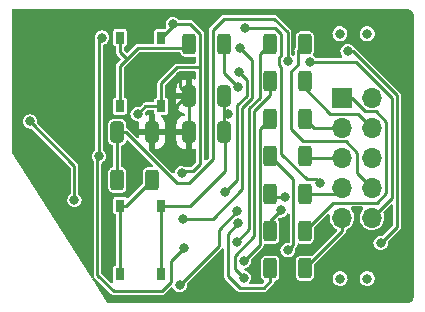
<source format=gbl>
G04 #@! TF.GenerationSoftware,KiCad,Pcbnew,6.0.8-f2edbf62ab~116~ubuntu22.04.1*
G04 #@! TF.CreationDate,2022-11-21T22:24:26-03:00*
G04 #@! TF.ProjectId,pip,7069702e-6b69-4636-9164-5f7063625858,rev?*
G04 #@! TF.SameCoordinates,Original*
G04 #@! TF.FileFunction,Copper,L2,Bot*
G04 #@! TF.FilePolarity,Positive*
%FSLAX46Y46*%
G04 Gerber Fmt 4.6, Leading zero omitted, Abs format (unit mm)*
G04 Created by KiCad (PCBNEW 6.0.8-f2edbf62ab~116~ubuntu22.04.1) date 2022-11-21 22:24:26*
%MOMM*%
%LPD*%
G01*
G04 APERTURE LIST*
G04 Aperture macros list*
%AMRoundRect*
0 Rectangle with rounded corners*
0 $1 Rounding radius*
0 $2 $3 $4 $5 $6 $7 $8 $9 X,Y pos of 4 corners*
0 Add a 4 corners polygon primitive as box body*
4,1,4,$2,$3,$4,$5,$6,$7,$8,$9,$2,$3,0*
0 Add four circle primitives for the rounded corners*
1,1,$1+$1,$2,$3*
1,1,$1+$1,$4,$5*
1,1,$1+$1,$6,$7*
1,1,$1+$1,$8,$9*
0 Add four rect primitives between the rounded corners*
20,1,$1+$1,$2,$3,$4,$5,0*
20,1,$1+$1,$4,$5,$6,$7,0*
20,1,$1+$1,$6,$7,$8,$9,0*
20,1,$1+$1,$8,$9,$2,$3,0*%
G04 Aperture macros list end*
G04 #@! TA.AperFunction,WasherPad*
%ADD10C,0.800000*%
G04 #@! TD*
G04 #@! TA.AperFunction,ComponentPad*
%ADD11R,1.700000X1.700000*%
G04 #@! TD*
G04 #@! TA.AperFunction,ComponentPad*
%ADD12O,1.700000X1.700000*%
G04 #@! TD*
G04 #@! TA.AperFunction,SMDPad,CuDef*
%ADD13RoundRect,0.250000X0.312500X0.625000X-0.312500X0.625000X-0.312500X-0.625000X0.312500X-0.625000X0*%
G04 #@! TD*
G04 #@! TA.AperFunction,SMDPad,CuDef*
%ADD14RoundRect,0.250000X-0.325000X-0.650000X0.325000X-0.650000X0.325000X0.650000X-0.325000X0.650000X0*%
G04 #@! TD*
G04 #@! TA.AperFunction,SMDPad,CuDef*
%ADD15RoundRect,0.250000X-0.312500X-0.625000X0.312500X-0.625000X0.312500X0.625000X-0.312500X0.625000X0*%
G04 #@! TD*
G04 #@! TA.AperFunction,SMDPad,CuDef*
%ADD16RoundRect,0.250000X0.325000X0.650000X-0.325000X0.650000X-0.325000X-0.650000X0.325000X-0.650000X0*%
G04 #@! TD*
G04 #@! TA.AperFunction,SMDPad,CuDef*
%ADD17R,0.800000X1.000000*%
G04 #@! TD*
G04 #@! TA.AperFunction,ViaPad*
%ADD18C,0.800000*%
G04 #@! TD*
G04 #@! TA.AperFunction,Conductor*
%ADD19C,0.250000*%
G04 #@! TD*
G04 APERTURE END LIST*
D10*
X153788000Y-81076800D03*
X156088400Y-81076800D03*
D11*
X153956000Y-86487000D03*
D12*
X153956000Y-89027000D03*
X153956000Y-91567000D03*
X153956000Y-94107000D03*
X153956000Y-96647000D03*
X156496000Y-96647000D03*
X156496000Y-94107000D03*
X156496000Y-91567000D03*
X156496000Y-89027000D03*
X156496000Y-86487000D03*
D10*
X156092000Y-101803200D03*
X153791600Y-101803200D03*
D13*
X143956500Y-81948000D03*
X141031500Y-81948000D03*
D14*
X134923000Y-89408000D03*
X137873000Y-89408000D03*
D15*
X147889500Y-94607500D03*
X150814500Y-94607500D03*
X147889500Y-91442600D03*
X150814500Y-91442600D03*
X147889500Y-97772300D03*
X150814500Y-97772300D03*
X147889500Y-81948000D03*
X150814500Y-81948000D03*
D16*
X143969000Y-86360000D03*
X141019000Y-86360000D03*
D15*
X147889500Y-100937200D03*
X150814500Y-100937200D03*
D17*
X135156000Y-81407000D03*
X135156000Y-87223600D03*
X138656000Y-87223600D03*
X138656000Y-81407000D03*
D16*
X143969000Y-89408000D03*
X141019000Y-89408000D03*
D15*
X147889500Y-88277700D03*
X150814500Y-88277700D03*
X147889500Y-85112900D03*
X150814500Y-85112900D03*
D17*
X135156000Y-95631000D03*
X135156000Y-101447600D03*
X138656000Y-101447600D03*
X138656000Y-95631000D03*
D15*
X134935500Y-93472000D03*
X137860500Y-93472000D03*
D18*
X140376200Y-92895800D03*
X157226000Y-98806000D03*
X154432000Y-82550000D03*
X136652000Y-87884000D03*
X139641900Y-80239600D03*
X141147200Y-91844100D03*
X139700000Y-87376000D03*
X140273700Y-84691200D03*
X144345700Y-87887100D03*
X149353100Y-83397100D03*
X145147800Y-85598000D03*
X145042300Y-98699200D03*
X145639500Y-101727000D03*
X145657000Y-100307200D03*
X149354300Y-99419200D03*
X149107000Y-94894000D03*
X148759500Y-96041200D03*
X145178600Y-97131200D03*
X145064800Y-96112000D03*
X140208000Y-102362000D03*
X131302500Y-95165600D03*
X127531300Y-88504600D03*
X152097000Y-93720400D03*
X145763900Y-80587500D03*
X144018000Y-94488000D03*
X145249600Y-84328700D03*
X145343700Y-82322000D03*
X140462000Y-96774000D03*
X140607100Y-99187000D03*
X133631500Y-81399000D03*
X133361800Y-91439700D03*
X151220800Y-83445600D03*
D19*
X158619100Y-97412900D02*
X158619100Y-86307904D01*
X140593300Y-92678700D02*
X140376200Y-92895800D01*
X141338100Y-92678700D02*
X140593300Y-92678700D01*
X139641900Y-80421100D02*
X138656000Y-81407000D01*
X141945100Y-83931800D02*
X139992300Y-83931800D01*
X141945100Y-83931800D02*
X141945100Y-92071700D01*
X157226000Y-98806000D02*
X158619100Y-97412900D01*
X141119100Y-80239600D02*
X141945100Y-81065600D01*
X154861196Y-82550000D02*
X154432000Y-82550000D01*
X141945100Y-81065600D02*
X141945100Y-83931800D01*
X139992300Y-83931800D02*
X138656000Y-85268100D01*
X137312400Y-87223600D02*
X136652000Y-87884000D01*
X139641900Y-80239600D02*
X139641900Y-80421100D01*
X138656000Y-85268100D02*
X138656000Y-87223600D01*
X138656000Y-87223600D02*
X137312400Y-87223600D01*
X158619100Y-86307904D02*
X154861196Y-82550000D01*
X139641900Y-80239600D02*
X141119100Y-80239600D01*
X141945100Y-92071700D02*
X141338100Y-92678700D01*
X141019000Y-91715900D02*
X141147200Y-91844100D01*
X141019000Y-89408000D02*
X141019000Y-86838700D01*
X141019000Y-89408000D02*
X141019000Y-90269700D01*
X137873000Y-89408000D02*
X141019000Y-89408000D01*
X140273700Y-85614700D02*
X140273700Y-84691200D01*
X140716000Y-86360000D02*
X139700000Y-87376000D01*
X141019000Y-86360000D02*
X140716000Y-86360000D01*
X141019000Y-90269700D02*
X141019000Y-91715900D01*
X141019000Y-86360000D02*
X140273700Y-85614700D01*
X141019000Y-86838700D02*
X141019000Y-86360000D01*
X138656000Y-95631000D02*
X141097000Y-95631000D01*
X143969000Y-87887100D02*
X144345700Y-87887100D01*
X144018000Y-92710000D02*
X144018000Y-89457000D01*
X141097000Y-95631000D02*
X144018000Y-92710000D01*
X138656000Y-95631000D02*
X138656000Y-101447600D01*
X143969000Y-87887100D02*
X143969000Y-89408000D01*
X143969000Y-86360000D02*
X143969000Y-87887100D01*
X144018000Y-89457000D02*
X143969000Y-89408000D01*
X148237900Y-79837200D02*
X149353100Y-80952400D01*
X139954000Y-93726000D02*
X137668000Y-91440000D01*
X134923000Y-89408000D02*
X134923000Y-93459500D01*
X134923000Y-93459500D02*
X134935500Y-93472000D01*
X143031600Y-91663900D02*
X143031600Y-80742400D01*
X135636000Y-89408000D02*
X137668000Y-91440000D01*
X140969500Y-93726000D02*
X143031600Y-91663900D01*
X140969500Y-93726000D02*
X139954000Y-93726000D01*
X134923000Y-89408000D02*
X135636000Y-89408000D01*
X143031600Y-80742400D02*
X143936800Y-79837200D01*
X143936800Y-79837200D02*
X148237900Y-79837200D01*
X149353100Y-80952400D02*
X149353100Y-83397100D01*
X143956500Y-84406700D02*
X145147800Y-85598000D01*
X143956500Y-81948000D02*
X143956500Y-84406700D01*
X147889500Y-81948000D02*
X147000100Y-82837400D01*
X147000100Y-82837400D02*
X147000100Y-86492200D01*
X146094100Y-87398200D02*
X146094100Y-97647400D01*
X147000100Y-86492200D02*
X146094100Y-87398200D01*
X146094100Y-97647400D02*
X145042300Y-98699200D01*
X150263827Y-83670173D02*
X149606000Y-84328000D01*
X149606000Y-84328000D02*
X149606000Y-89154000D01*
X150263827Y-82498673D02*
X150263827Y-83670173D01*
X150814500Y-81948000D02*
X150263827Y-82498673D01*
X155226000Y-91136200D02*
X155226000Y-92837000D01*
X155226000Y-92837000D02*
X156496000Y-94107000D01*
X149606000Y-89154000D02*
X150654200Y-90202200D01*
X150654200Y-90202200D02*
X154292000Y-90202200D01*
X154292000Y-90202200D02*
X155226000Y-91136200D01*
X144916200Y-99860900D02*
X146544300Y-98232800D01*
X145639500Y-101727000D02*
X144916200Y-101003700D01*
X144916200Y-101003700D02*
X144916200Y-99860900D01*
X146544300Y-87584500D02*
X147889500Y-86239300D01*
X147889500Y-86239300D02*
X147889500Y-85112900D01*
X146544300Y-98232800D02*
X146544300Y-87584500D01*
X150814500Y-85112900D02*
X150814500Y-85695500D01*
X152971000Y-87852000D02*
X155321000Y-87852000D01*
X150814500Y-85695500D02*
X152971000Y-87852000D01*
X155321000Y-87852000D02*
X156496000Y-89027000D01*
X146994400Y-89172800D02*
X147889500Y-88277700D01*
X145657000Y-100307200D02*
X146994400Y-98969800D01*
X146994400Y-98969800D02*
X146994400Y-89172800D01*
X150814500Y-88277700D02*
X151563800Y-89027000D01*
X151563800Y-89027000D02*
X153956000Y-89027000D01*
X149847200Y-93400300D02*
X147889500Y-91442600D01*
X149354300Y-99419200D02*
X149847200Y-98926300D01*
X149847200Y-98926300D02*
X149847200Y-93400300D01*
X150814500Y-91442600D02*
X150938900Y-91567000D01*
X150938900Y-91567000D02*
X153956000Y-91567000D01*
X147889500Y-94607500D02*
X148176000Y-94894000D01*
X148176000Y-94894000D02*
X149107000Y-94894000D01*
X153455500Y-94607500D02*
X153956000Y-94107000D01*
X150814500Y-94607500D02*
X153455500Y-94607500D01*
X147889500Y-96911200D02*
X147889500Y-97772300D01*
X148759500Y-96041200D02*
X147889500Y-96911200D01*
X156798500Y-87662100D02*
X155938900Y-87662100D01*
X154763800Y-86487000D02*
X155938900Y-87662100D01*
X157678100Y-94587000D02*
X157678100Y-88541700D01*
X153956000Y-86487000D02*
X154763800Y-86487000D01*
X156888100Y-95377000D02*
X157678100Y-94587000D01*
X157678100Y-88541700D02*
X156798500Y-87662100D01*
X150814500Y-97772300D02*
X153209800Y-95377000D01*
X153209800Y-95377000D02*
X156888100Y-95377000D01*
X147320000Y-102616000D02*
X145288000Y-102616000D01*
X144289200Y-98020600D02*
X145178600Y-97131200D01*
X145288000Y-102616000D02*
X144289200Y-101617200D01*
X144289200Y-101617200D02*
X144289200Y-98020600D01*
X147889500Y-102046500D02*
X147320000Y-102616000D01*
X147889500Y-100937200D02*
X147889500Y-102046500D01*
X150814500Y-100937200D02*
X153929600Y-97822100D01*
X153956000Y-96647000D02*
X153956000Y-97822100D01*
X153929600Y-97822100D02*
X153956000Y-97822100D01*
X140208000Y-102362000D02*
X143510000Y-99060000D01*
X143510000Y-99060000D02*
X143510000Y-97666800D01*
X143510000Y-97666800D02*
X145064800Y-96112000D01*
X135156000Y-83790400D02*
X135731100Y-83215300D01*
X136650400Y-82296000D02*
X140683500Y-82296000D01*
X135731100Y-83215300D02*
X136650400Y-82296000D01*
X135156000Y-81407000D02*
X135156000Y-82640200D01*
X135156000Y-87223600D02*
X135156000Y-83790400D01*
X140683500Y-82296000D02*
X141031500Y-81948000D01*
X135156000Y-82640200D02*
X135731100Y-83215300D01*
X135156000Y-95631000D02*
X135701500Y-95631000D01*
X135701500Y-95631000D02*
X137860500Y-93472000D01*
X135156000Y-101447600D02*
X135156000Y-95631000D01*
X127531300Y-88504600D02*
X131302500Y-92275800D01*
X131302500Y-92275800D02*
X131302500Y-95165600D01*
X145763900Y-80587500D02*
X148281800Y-80587500D01*
X148823500Y-82901300D02*
X148628000Y-83096800D01*
X148823500Y-81129200D02*
X148823500Y-82901300D01*
X150953400Y-93358900D02*
X151735500Y-93358900D01*
X148823500Y-91229000D02*
X150953400Y-93358900D01*
X148281800Y-80587500D02*
X148823500Y-81129200D01*
X148823500Y-83892900D02*
X148823500Y-91229000D01*
X148628000Y-83697400D02*
X148823500Y-83892900D01*
X151735500Y-93358900D02*
X152097000Y-93720400D01*
X148628000Y-83096800D02*
X148628000Y-83697400D01*
X145893300Y-84972400D02*
X145249600Y-84328700D01*
X145075800Y-87143200D02*
X145893300Y-86325700D01*
X144018000Y-94488000D02*
X145075800Y-93430200D01*
X145893300Y-86325700D02*
X145893300Y-84972400D01*
X145075800Y-93430200D02*
X145075800Y-87143200D01*
X145525900Y-87329700D02*
X145525900Y-94250100D01*
X146343400Y-86512200D02*
X145525900Y-87329700D01*
X145525900Y-94250100D02*
X143002000Y-96774000D01*
X143002000Y-96774000D02*
X140462000Y-96774000D01*
X145343700Y-82322000D02*
X146343400Y-83321700D01*
X146343400Y-83321700D02*
X146343400Y-86512200D01*
X133253000Y-91548500D02*
X133253000Y-101503000D01*
X133253000Y-101503000D02*
X134620000Y-102870000D01*
X133361800Y-81668700D02*
X133361800Y-91439700D01*
X138684000Y-102870000D02*
X139446000Y-102108000D01*
X139446000Y-102108000D02*
X139446000Y-100348100D01*
X139446000Y-100348100D02*
X140607100Y-99187000D01*
X133361800Y-91439700D02*
X133253000Y-91548500D01*
X133631500Y-81399000D02*
X133361800Y-81668700D01*
X134620000Y-102870000D02*
X138684000Y-102870000D01*
X156496000Y-96647000D02*
X158169100Y-94973900D01*
X158169100Y-94973900D02*
X158169100Y-86494300D01*
X155120400Y-83445600D02*
X151220800Y-83445600D01*
X158169100Y-86494300D02*
X155120400Y-83445600D01*
G04 #@! TA.AperFunction,Conductor*
G36*
X159519025Y-78995792D02*
G01*
X159524387Y-78996396D01*
X159563557Y-79000810D01*
X159565892Y-79001096D01*
X159600950Y-79005711D01*
X159617153Y-79007844D01*
X159642321Y-79013837D01*
X159651204Y-79016945D01*
X159685745Y-79029032D01*
X159692345Y-79031551D01*
X159735038Y-79049235D01*
X159753855Y-79058956D01*
X159793576Y-79083914D01*
X159803244Y-79090639D01*
X159839210Y-79118236D01*
X159851602Y-79129104D01*
X159884896Y-79162398D01*
X159895764Y-79174790D01*
X159923361Y-79210756D01*
X159930086Y-79220424D01*
X159955044Y-79260145D01*
X159964765Y-79278962D01*
X159982449Y-79321655D01*
X159984968Y-79328255D01*
X160000163Y-79371677D01*
X160006157Y-79396851D01*
X160012904Y-79448108D01*
X160013190Y-79450443D01*
X160018208Y-79494974D01*
X160019000Y-79509083D01*
X160019000Y-103370917D01*
X160018208Y-103385026D01*
X160013190Y-103429557D01*
X160012904Y-103431892D01*
X160006157Y-103483149D01*
X160000163Y-103508323D01*
X159984968Y-103551745D01*
X159982449Y-103558345D01*
X159964765Y-103601038D01*
X159955044Y-103619855D01*
X159930086Y-103659576D01*
X159923361Y-103669244D01*
X159895764Y-103705210D01*
X159884896Y-103717602D01*
X159851602Y-103750896D01*
X159839210Y-103761764D01*
X159803244Y-103789361D01*
X159793576Y-103796086D01*
X159753855Y-103821044D01*
X159735038Y-103830765D01*
X159692345Y-103848449D01*
X159685745Y-103850968D01*
X159651204Y-103863055D01*
X159642321Y-103866163D01*
X159617153Y-103872156D01*
X159600950Y-103874289D01*
X159565892Y-103878904D01*
X159563557Y-103879190D01*
X159524387Y-103883604D01*
X159519025Y-103884208D01*
X159504917Y-103885000D01*
X134181502Y-103885000D01*
X134113381Y-103864998D01*
X134075376Y-103826921D01*
X133992461Y-103697365D01*
X132863727Y-101933718D01*
X132850521Y-101913084D01*
X132830647Y-101844925D01*
X132850778Y-101776842D01*
X132904521Y-101730451D01*
X132974814Y-101720480D01*
X133039339Y-101750094D01*
X133045742Y-101756068D01*
X134375889Y-103086215D01*
X134383315Y-103094318D01*
X134407545Y-103123194D01*
X134417094Y-103128707D01*
X134440185Y-103142039D01*
X134449456Y-103147945D01*
X134480316Y-103169554D01*
X134490966Y-103172408D01*
X134494134Y-103173885D01*
X134497410Y-103175077D01*
X134506955Y-103180588D01*
X134540699Y-103186538D01*
X134544058Y-103187130D01*
X134554785Y-103189508D01*
X134591193Y-103199264D01*
X134602178Y-103198303D01*
X134602180Y-103198303D01*
X134628728Y-103195980D01*
X134639710Y-103195500D01*
X138664290Y-103195500D01*
X138675272Y-103195980D01*
X138701820Y-103198303D01*
X138701822Y-103198303D01*
X138712807Y-103199264D01*
X138749215Y-103189508D01*
X138759942Y-103187130D01*
X138763301Y-103186538D01*
X138797045Y-103180588D01*
X138806590Y-103175077D01*
X138809866Y-103173885D01*
X138813034Y-103172408D01*
X138823684Y-103169554D01*
X138854544Y-103147945D01*
X138863815Y-103142039D01*
X138886906Y-103128707D01*
X138896455Y-103123194D01*
X138920685Y-103094317D01*
X138928111Y-103086215D01*
X139452303Y-102562023D01*
X139514615Y-102527997D01*
X139585430Y-102533062D01*
X139642266Y-102575609D01*
X139657807Y-102602900D01*
X139683464Y-102664841D01*
X139779718Y-102790282D01*
X139905159Y-102886536D01*
X140006479Y-102928504D01*
X140040051Y-102942410D01*
X140051238Y-102947044D01*
X140208000Y-102967682D01*
X140216188Y-102966604D01*
X140356574Y-102948122D01*
X140364762Y-102947044D01*
X140375950Y-102942410D01*
X140409521Y-102928504D01*
X140510841Y-102886536D01*
X140636282Y-102790282D01*
X140732536Y-102664841D01*
X140793044Y-102518762D01*
X140813682Y-102362000D01*
X140804882Y-102295157D01*
X140815821Y-102225010D01*
X140840709Y-102189617D01*
X142264701Y-100765626D01*
X143726222Y-99304105D01*
X143734327Y-99296677D01*
X143756710Y-99277896D01*
X143821751Y-99249432D01*
X143891856Y-99260651D01*
X143944766Y-99307990D01*
X143963700Y-99374419D01*
X143963700Y-101597490D01*
X143963220Y-101608472D01*
X143959936Y-101646007D01*
X143968077Y-101676387D01*
X143969691Y-101682410D01*
X143972070Y-101693142D01*
X143978612Y-101730245D01*
X143984123Y-101739790D01*
X143985315Y-101743066D01*
X143986792Y-101746234D01*
X143989646Y-101756884D01*
X144002600Y-101775384D01*
X144011255Y-101787744D01*
X144017161Y-101797015D01*
X144030493Y-101820106D01*
X144036006Y-101829655D01*
X144052109Y-101843167D01*
X144064882Y-101853885D01*
X144072985Y-101861311D01*
X145043889Y-102832215D01*
X145051315Y-102840318D01*
X145075545Y-102869194D01*
X145085094Y-102874707D01*
X145108185Y-102888039D01*
X145117456Y-102893945D01*
X145148316Y-102915554D01*
X145158969Y-102918409D01*
X145162131Y-102919883D01*
X145165407Y-102921075D01*
X145174955Y-102926588D01*
X145185810Y-102928502D01*
X145185815Y-102928504D01*
X145212065Y-102933133D01*
X145222792Y-102935511D01*
X145248548Y-102942412D01*
X145248551Y-102942412D01*
X145259194Y-102945264D01*
X145270169Y-102944304D01*
X145270171Y-102944304D01*
X145296744Y-102941979D01*
X145307725Y-102941500D01*
X147300290Y-102941500D01*
X147311272Y-102941980D01*
X147337820Y-102944303D01*
X147337822Y-102944303D01*
X147348807Y-102945264D01*
X147385215Y-102935508D01*
X147395942Y-102933130D01*
X147399301Y-102932538D01*
X147433045Y-102926588D01*
X147442590Y-102921077D01*
X147445866Y-102919885D01*
X147449034Y-102918408D01*
X147459684Y-102915554D01*
X147490544Y-102893945D01*
X147499815Y-102888039D01*
X147522906Y-102874707D01*
X147532455Y-102869194D01*
X147556685Y-102840317D01*
X147564111Y-102832215D01*
X148105715Y-102290611D01*
X148113819Y-102283184D01*
X148127312Y-102271862D01*
X148142694Y-102258955D01*
X148157359Y-102233554D01*
X148161539Y-102226315D01*
X148167445Y-102217044D01*
X148167586Y-102216842D01*
X148189054Y-102186184D01*
X148191908Y-102175534D01*
X148193385Y-102172366D01*
X148194577Y-102169090D01*
X148200088Y-102159545D01*
X148206630Y-102122442D01*
X148209010Y-102111710D01*
X148213826Y-102093737D01*
X148250778Y-102033114D01*
X148293783Y-102007467D01*
X148415184Y-101964834D01*
X148422754Y-101959242D01*
X148422757Y-101959241D01*
X148516579Y-101889942D01*
X148524150Y-101884350D01*
X148553270Y-101844925D01*
X148599041Y-101782957D01*
X148599042Y-101782954D01*
X148604634Y-101775384D01*
X148649519Y-101647569D01*
X148652500Y-101616034D01*
X148652500Y-100258366D01*
X148650798Y-100240360D01*
X148650242Y-100234478D01*
X148650242Y-100234477D01*
X148649519Y-100226831D01*
X148604634Y-100099016D01*
X148599042Y-100091446D01*
X148599041Y-100091443D01*
X148529742Y-99997621D01*
X148524150Y-99990050D01*
X148507206Y-99977535D01*
X148422757Y-99915159D01*
X148422754Y-99915158D01*
X148415184Y-99909566D01*
X148287369Y-99864681D01*
X148279723Y-99863958D01*
X148279722Y-99863958D01*
X148273752Y-99863394D01*
X148255834Y-99861700D01*
X147523166Y-99861700D01*
X147505248Y-99863394D01*
X147499278Y-99863958D01*
X147499277Y-99863958D01*
X147491631Y-99864681D01*
X147363816Y-99909566D01*
X147356246Y-99915158D01*
X147356243Y-99915159D01*
X147271794Y-99977535D01*
X147254850Y-99990050D01*
X147249258Y-99997621D01*
X147179959Y-100091443D01*
X147179958Y-100091446D01*
X147174366Y-100099016D01*
X147129481Y-100226831D01*
X147128758Y-100234477D01*
X147128758Y-100234478D01*
X147128202Y-100240360D01*
X147126500Y-100258366D01*
X147126500Y-101616034D01*
X147129481Y-101647569D01*
X147174366Y-101775384D01*
X147179958Y-101782954D01*
X147179959Y-101782957D01*
X147225730Y-101844925D01*
X147254850Y-101884350D01*
X147262421Y-101889942D01*
X147262422Y-101889943D01*
X147330653Y-101940340D01*
X147373564Y-101996902D01*
X147379083Y-102067684D01*
X147344888Y-102130786D01*
X147222079Y-102253595D01*
X147159767Y-102287621D01*
X147132984Y-102290500D01*
X146219529Y-102290500D01*
X146151408Y-102270498D01*
X146104915Y-102216842D01*
X146094811Y-102146568D01*
X146119566Y-102087797D01*
X146159007Y-102036396D01*
X146159009Y-102036392D01*
X146164036Y-102029841D01*
X146224544Y-101883762D01*
X146228013Y-101857416D01*
X146244104Y-101735188D01*
X146245182Y-101727000D01*
X146224544Y-101570238D01*
X146164036Y-101424159D01*
X146067782Y-101298718D01*
X145942341Y-101202464D01*
X145796262Y-101141956D01*
X145788079Y-101140879D01*
X145786192Y-101140373D01*
X145725570Y-101103422D01*
X145694548Y-101039561D01*
X145702977Y-100969066D01*
X145748181Y-100914320D01*
X145797621Y-100895544D01*
X145797598Y-100895459D01*
X145798440Y-100895233D01*
X145802359Y-100893745D01*
X145813762Y-100892244D01*
X145959841Y-100831736D01*
X146085282Y-100735482D01*
X146181536Y-100610041D01*
X146242044Y-100463962D01*
X146262682Y-100307200D01*
X146253882Y-100240358D01*
X146264821Y-100170211D01*
X146289709Y-100134817D01*
X146738681Y-99685846D01*
X147210628Y-99213899D01*
X147218732Y-99206473D01*
X147239150Y-99189340D01*
X147247594Y-99182255D01*
X147253104Y-99172712D01*
X147253107Y-99172708D01*
X147266436Y-99149621D01*
X147272341Y-99140351D01*
X147287632Y-99118513D01*
X147293954Y-99109484D01*
X147296807Y-99098836D01*
X147298286Y-99095665D01*
X147299478Y-99092389D01*
X147304988Y-99082845D01*
X147311534Y-99045724D01*
X147313908Y-99035017D01*
X147323663Y-98998607D01*
X147322703Y-98987630D01*
X147322703Y-98987626D01*
X147321482Y-98973669D01*
X147335473Y-98904064D01*
X147384873Y-98853073D01*
X147454000Y-98836884D01*
X147476714Y-98841411D01*
X147476886Y-98840629D01*
X147484385Y-98842274D01*
X147491631Y-98844819D01*
X147499277Y-98845542D01*
X147499278Y-98845542D01*
X147505248Y-98846106D01*
X147523166Y-98847800D01*
X148255834Y-98847800D01*
X148273752Y-98846106D01*
X148279722Y-98845542D01*
X148279723Y-98845542D01*
X148287369Y-98844819D01*
X148415184Y-98799934D01*
X148422754Y-98794342D01*
X148422757Y-98794341D01*
X148516579Y-98725042D01*
X148524150Y-98719450D01*
X148587548Y-98633617D01*
X148599041Y-98618057D01*
X148599042Y-98618054D01*
X148604634Y-98610484D01*
X148649519Y-98482669D01*
X148652500Y-98451134D01*
X148652500Y-97093466D01*
X148649519Y-97061931D01*
X148604634Y-96934116D01*
X148599043Y-96926546D01*
X148599039Y-96926539D01*
X148551095Y-96861629D01*
X148526712Y-96794951D01*
X148542249Y-96725675D01*
X148563351Y-96697675D01*
X148587117Y-96673909D01*
X148649429Y-96639883D01*
X148692657Y-96638082D01*
X148759500Y-96646882D01*
X148767688Y-96645804D01*
X148785235Y-96643494D01*
X148916262Y-96626244D01*
X149062341Y-96565736D01*
X149187782Y-96469482D01*
X149284036Y-96344041D01*
X149286868Y-96337205D01*
X149337963Y-96288485D01*
X149407676Y-96275048D01*
X149473587Y-96301435D01*
X149514770Y-96359267D01*
X149521700Y-96400478D01*
X149521700Y-98691881D01*
X149501698Y-98760002D01*
X149448042Y-98806495D01*
X149379255Y-98816803D01*
X149362490Y-98814596D01*
X149362488Y-98814596D01*
X149354300Y-98813518D01*
X149197538Y-98834156D01*
X149051459Y-98894664D01*
X148926018Y-98990918D01*
X148829764Y-99116359D01*
X148769256Y-99262438D01*
X148748618Y-99419200D01*
X148769256Y-99575962D01*
X148829764Y-99722041D01*
X148926018Y-99847482D01*
X149051459Y-99943736D01*
X149197538Y-100004244D01*
X149354300Y-100024882D01*
X149362488Y-100023804D01*
X149502874Y-100005322D01*
X149511062Y-100004244D01*
X149657141Y-99943736D01*
X149782582Y-99847482D01*
X149878836Y-99722041D01*
X149939344Y-99575962D01*
X149959982Y-99419200D01*
X149951182Y-99352357D01*
X149962121Y-99282210D01*
X149987009Y-99246817D01*
X150063415Y-99170411D01*
X150071519Y-99162984D01*
X150091949Y-99145841D01*
X150100394Y-99138755D01*
X150108919Y-99123989D01*
X150119239Y-99106115D01*
X150125145Y-99096844D01*
X150140430Y-99075015D01*
X150146754Y-99065984D01*
X150149608Y-99055334D01*
X150151085Y-99052166D01*
X150152277Y-99048890D01*
X150157788Y-99039345D01*
X150164330Y-99002242D01*
X150166709Y-98991510D01*
X150168214Y-98985895D01*
X150176464Y-98955107D01*
X150175503Y-98944128D01*
X150176465Y-98933141D01*
X150179042Y-98933367D01*
X150189907Y-98879292D01*
X150239304Y-98828298D01*
X150308429Y-98812105D01*
X150343186Y-98819027D01*
X150416631Y-98844819D01*
X150424277Y-98845542D01*
X150424278Y-98845542D01*
X150430248Y-98846106D01*
X150448166Y-98847800D01*
X151180834Y-98847800D01*
X151198752Y-98846106D01*
X151204722Y-98845542D01*
X151204723Y-98845542D01*
X151212369Y-98844819D01*
X151340184Y-98799934D01*
X151347754Y-98794342D01*
X151347757Y-98794341D01*
X151441579Y-98725042D01*
X151449150Y-98719450D01*
X151512548Y-98633617D01*
X151524041Y-98618057D01*
X151524042Y-98618054D01*
X151529634Y-98610484D01*
X151574519Y-98482669D01*
X151577500Y-98451134D01*
X151577500Y-97521816D01*
X151597502Y-97453695D01*
X151614405Y-97432721D01*
X152707461Y-96339665D01*
X152769773Y-96305639D01*
X152840588Y-96310704D01*
X152897424Y-96353251D01*
X152922235Y-96419771D01*
X152921771Y-96442804D01*
X152900520Y-96632262D01*
X152901036Y-96638406D01*
X152914182Y-96794951D01*
X152917759Y-96837553D01*
X152919458Y-96843478D01*
X152972138Y-97027194D01*
X152974544Y-97035586D01*
X152977359Y-97041063D01*
X152977360Y-97041066D01*
X153062795Y-97207305D01*
X153068712Y-97218818D01*
X153196677Y-97380270D01*
X153353564Y-97513791D01*
X153480138Y-97584531D01*
X153529842Y-97635224D01*
X153544250Y-97704743D01*
X153518786Y-97771016D01*
X153507761Y-97783613D01*
X151427042Y-99864332D01*
X151364730Y-99898358D01*
X151296200Y-99894120D01*
X151212369Y-99864681D01*
X151204723Y-99863958D01*
X151204722Y-99863958D01*
X151198752Y-99863394D01*
X151180834Y-99861700D01*
X150448166Y-99861700D01*
X150430248Y-99863394D01*
X150424278Y-99863958D01*
X150424277Y-99863958D01*
X150416631Y-99864681D01*
X150288816Y-99909566D01*
X150281246Y-99915158D01*
X150281243Y-99915159D01*
X150196794Y-99977535D01*
X150179850Y-99990050D01*
X150174258Y-99997621D01*
X150104959Y-100091443D01*
X150104958Y-100091446D01*
X150099366Y-100099016D01*
X150054481Y-100226831D01*
X150053758Y-100234477D01*
X150053758Y-100234478D01*
X150053202Y-100240360D01*
X150051500Y-100258366D01*
X150051500Y-101616034D01*
X150054481Y-101647569D01*
X150099366Y-101775384D01*
X150104958Y-101782954D01*
X150104959Y-101782957D01*
X150150730Y-101844925D01*
X150179850Y-101884350D01*
X150187421Y-101889942D01*
X150281243Y-101959241D01*
X150281246Y-101959242D01*
X150288816Y-101964834D01*
X150416631Y-102009719D01*
X150424277Y-102010442D01*
X150424278Y-102010442D01*
X150430248Y-102011006D01*
X150448166Y-102012700D01*
X151180834Y-102012700D01*
X151198752Y-102011006D01*
X151204722Y-102010442D01*
X151204723Y-102010442D01*
X151212369Y-102009719D01*
X151340184Y-101964834D01*
X151347754Y-101959242D01*
X151347757Y-101959241D01*
X151441579Y-101889942D01*
X151449150Y-101884350D01*
X151478270Y-101844925D01*
X151524041Y-101782957D01*
X151524042Y-101782954D01*
X151529634Y-101775384D01*
X151533901Y-101763233D01*
X153156337Y-101763233D01*
X153166356Y-101922472D01*
X153168806Y-101930012D01*
X153168806Y-101930013D01*
X153180120Y-101964834D01*
X153215660Y-102074217D01*
X153301154Y-102208932D01*
X153417464Y-102318155D01*
X153557282Y-102395020D01*
X153711823Y-102434700D01*
X153831330Y-102434700D01*
X153835255Y-102434204D01*
X153835258Y-102434204D01*
X153942037Y-102420715D01*
X153942039Y-102420715D01*
X153949896Y-102419722D01*
X154075004Y-102370188D01*
X154090876Y-102363904D01*
X154090878Y-102363903D01*
X154098245Y-102360986D01*
X154108120Y-102353812D01*
X154220913Y-102271862D01*
X154227327Y-102267202D01*
X154329031Y-102144264D01*
X154396966Y-101999895D01*
X154424145Y-101857416D01*
X154425378Y-101850953D01*
X154425378Y-101850951D01*
X154426863Y-101843167D01*
X154421834Y-101763233D01*
X155456737Y-101763233D01*
X155466756Y-101922472D01*
X155469206Y-101930012D01*
X155469206Y-101930013D01*
X155480520Y-101964834D01*
X155516060Y-102074217D01*
X155601554Y-102208932D01*
X155717864Y-102318155D01*
X155857682Y-102395020D01*
X156012223Y-102434700D01*
X156131730Y-102434700D01*
X156135655Y-102434204D01*
X156135658Y-102434204D01*
X156242437Y-102420715D01*
X156242439Y-102420715D01*
X156250296Y-102419722D01*
X156375404Y-102370188D01*
X156391276Y-102363904D01*
X156391278Y-102363903D01*
X156398645Y-102360986D01*
X156408520Y-102353812D01*
X156521313Y-102271862D01*
X156527727Y-102267202D01*
X156629431Y-102144264D01*
X156697366Y-101999895D01*
X156724545Y-101857416D01*
X156725778Y-101850953D01*
X156725778Y-101850951D01*
X156727263Y-101843167D01*
X156717244Y-101683928D01*
X156705431Y-101647569D01*
X156682965Y-101578426D01*
X156667940Y-101532183D01*
X156582446Y-101397468D01*
X156466136Y-101288245D01*
X156326318Y-101211380D01*
X156171777Y-101171700D01*
X156052270Y-101171700D01*
X156048345Y-101172196D01*
X156048342Y-101172196D01*
X155941563Y-101185685D01*
X155941561Y-101185685D01*
X155933704Y-101186678D01*
X155884468Y-101206172D01*
X155792724Y-101242496D01*
X155792722Y-101242497D01*
X155785355Y-101245414D01*
X155656273Y-101339198D01*
X155554569Y-101462136D01*
X155486634Y-101606505D01*
X155473695Y-101674337D01*
X155462359Y-101733763D01*
X155456737Y-101763233D01*
X154421834Y-101763233D01*
X154416844Y-101683928D01*
X154405031Y-101647569D01*
X154382565Y-101578426D01*
X154367540Y-101532183D01*
X154282046Y-101397468D01*
X154165736Y-101288245D01*
X154025918Y-101211380D01*
X153871377Y-101171700D01*
X153751870Y-101171700D01*
X153747945Y-101172196D01*
X153747942Y-101172196D01*
X153641163Y-101185685D01*
X153641161Y-101185685D01*
X153633304Y-101186678D01*
X153584068Y-101206172D01*
X153492324Y-101242496D01*
X153492322Y-101242497D01*
X153484955Y-101245414D01*
X153355873Y-101339198D01*
X153254169Y-101462136D01*
X153186234Y-101606505D01*
X153173295Y-101674337D01*
X153161959Y-101733763D01*
X153156337Y-101763233D01*
X151533901Y-101763233D01*
X151574519Y-101647569D01*
X151577500Y-101616034D01*
X151577500Y-100686716D01*
X151597502Y-100618595D01*
X151614405Y-100597621D01*
X154073877Y-98138149D01*
X154102631Y-98119831D01*
X154101355Y-98117621D01*
X154110899Y-98112111D01*
X154121260Y-98108340D01*
X154129705Y-98101254D01*
X154129707Y-98101253D01*
X154134972Y-98096835D01*
X154152955Y-98084243D01*
X154168455Y-98075294D01*
X154175539Y-98066852D01*
X154175541Y-98066850D01*
X154179960Y-98061584D01*
X154195486Y-98046058D01*
X154200748Y-98041642D01*
X154209194Y-98034555D01*
X154218142Y-98019057D01*
X154230739Y-98001067D01*
X154235156Y-97995803D01*
X154242240Y-97987361D01*
X154246008Y-97977008D01*
X154246011Y-97977003D01*
X154248363Y-97970540D01*
X154257644Y-97950636D01*
X154261076Y-97944692D01*
X154266588Y-97935145D01*
X154268502Y-97924291D01*
X154268504Y-97924285D01*
X154269696Y-97917524D01*
X154275378Y-97896316D01*
X154277730Y-97889852D01*
X154281500Y-97879494D01*
X154281500Y-97737062D01*
X154301502Y-97668941D01*
X154350690Y-97624596D01*
X154516113Y-97541035D01*
X154516116Y-97541033D01*
X154521610Y-97538258D01*
X154547431Y-97518085D01*
X154679101Y-97415213D01*
X154683951Y-97411424D01*
X154712281Y-97378604D01*
X154814540Y-97260134D01*
X154814540Y-97260133D01*
X154818564Y-97255472D01*
X154839387Y-97218818D01*
X154905576Y-97102303D01*
X154920323Y-97076344D01*
X154985351Y-96880863D01*
X155011171Y-96676474D01*
X155011583Y-96647000D01*
X154991480Y-96441970D01*
X154931935Y-96244749D01*
X154835218Y-96062849D01*
X154730136Y-95934006D01*
X154709037Y-95908136D01*
X154681483Y-95842704D01*
X154693678Y-95772763D01*
X154741751Y-95720518D01*
X154806680Y-95702500D01*
X155646933Y-95702500D01*
X155715054Y-95722502D01*
X155761547Y-95776158D01*
X155771651Y-95846432D01*
X155743454Y-95909491D01*
X155625024Y-96050630D01*
X155622056Y-96056028D01*
X155622053Y-96056033D01*
X155554540Y-96178840D01*
X155525776Y-96231162D01*
X155463484Y-96427532D01*
X155462798Y-96433649D01*
X155462797Y-96433653D01*
X155443061Y-96609609D01*
X155440520Y-96632262D01*
X155441036Y-96638406D01*
X155454182Y-96794951D01*
X155457759Y-96837553D01*
X155459458Y-96843478D01*
X155512138Y-97027194D01*
X155514544Y-97035586D01*
X155517359Y-97041063D01*
X155517360Y-97041066D01*
X155602795Y-97207305D01*
X155608712Y-97218818D01*
X155736677Y-97380270D01*
X155893564Y-97513791D01*
X155898942Y-97516797D01*
X155898944Y-97516798D01*
X155942308Y-97541033D01*
X156073398Y-97614297D01*
X156137805Y-97635224D01*
X156263471Y-97676056D01*
X156263475Y-97676057D01*
X156269329Y-97677959D01*
X156473894Y-97702351D01*
X156480029Y-97701879D01*
X156480031Y-97701879D01*
X156536039Y-97697569D01*
X156679300Y-97686546D01*
X156685230Y-97684890D01*
X156685232Y-97684890D01*
X156853198Y-97637993D01*
X156877725Y-97631145D01*
X156883214Y-97628372D01*
X156883220Y-97628370D01*
X157056116Y-97541033D01*
X157061610Y-97538258D01*
X157087431Y-97518085D01*
X157219101Y-97415213D01*
X157223951Y-97411424D01*
X157252281Y-97378604D01*
X157354540Y-97260134D01*
X157354540Y-97260133D01*
X157358564Y-97255472D01*
X157379387Y-97218818D01*
X157445576Y-97102303D01*
X157460323Y-97076344D01*
X157525351Y-96880863D01*
X157551171Y-96676474D01*
X157551583Y-96647000D01*
X157531480Y-96441970D01*
X157471935Y-96244749D01*
X157470312Y-96241696D01*
X157462944Y-96172024D01*
X157497808Y-96105518D01*
X158078505Y-95524821D01*
X158140817Y-95490795D01*
X158211632Y-95495860D01*
X158268468Y-95538407D01*
X158293279Y-95604927D01*
X158293600Y-95613916D01*
X158293600Y-97225884D01*
X158273598Y-97294005D01*
X158256695Y-97314979D01*
X157398383Y-98173291D01*
X157336071Y-98207317D01*
X157292843Y-98209118D01*
X157226000Y-98200318D01*
X157069238Y-98220956D01*
X156923159Y-98281464D01*
X156797718Y-98377718D01*
X156701464Y-98503159D01*
X156640956Y-98649238D01*
X156620318Y-98806000D01*
X156640956Y-98962762D01*
X156701464Y-99108841D01*
X156797718Y-99234282D01*
X156923159Y-99330536D01*
X157069238Y-99391044D01*
X157226000Y-99411682D01*
X157234188Y-99410604D01*
X157374574Y-99392122D01*
X157382762Y-99391044D01*
X157528841Y-99330536D01*
X157654282Y-99234282D01*
X157750536Y-99108841D01*
X157811044Y-98962762D01*
X157831682Y-98806000D01*
X157822882Y-98739157D01*
X157833821Y-98669010D01*
X157858709Y-98633617D01*
X158835315Y-97657011D01*
X158843419Y-97649584D01*
X158849905Y-97644141D01*
X158872294Y-97625355D01*
X158880414Y-97611290D01*
X158891139Y-97592715D01*
X158897045Y-97583444D01*
X158912330Y-97561615D01*
X158918654Y-97552584D01*
X158921508Y-97541934D01*
X158922985Y-97538766D01*
X158924177Y-97535490D01*
X158929688Y-97525945D01*
X158936230Y-97488842D01*
X158938609Y-97478110D01*
X158948364Y-97441707D01*
X158945715Y-97411424D01*
X158945080Y-97404172D01*
X158944600Y-97393190D01*
X158944600Y-86327614D01*
X158945080Y-86316632D01*
X158947403Y-86290084D01*
X158947403Y-86290082D01*
X158948364Y-86279097D01*
X158938608Y-86242689D01*
X158936230Y-86231962D01*
X158935056Y-86225305D01*
X158929688Y-86194859D01*
X158924177Y-86185314D01*
X158922985Y-86182038D01*
X158921508Y-86178870D01*
X158918654Y-86168220D01*
X158897045Y-86137360D01*
X158891139Y-86128089D01*
X158877807Y-86104998D01*
X158872294Y-86095449D01*
X158843417Y-86071219D01*
X158835315Y-86063793D01*
X155105307Y-82333785D01*
X155097880Y-82325681D01*
X155080737Y-82305251D01*
X155080738Y-82305251D01*
X155073651Y-82296806D01*
X155055312Y-82286218D01*
X155041011Y-82277961D01*
X155031740Y-82272055D01*
X155009911Y-82256770D01*
X155000880Y-82250446D01*
X154990231Y-82247593D01*
X154987067Y-82246117D01*
X154983786Y-82244923D01*
X154974241Y-82239412D01*
X154973144Y-82239219D01*
X154921241Y-82201160D01*
X154865306Y-82128265D01*
X154865305Y-82128264D01*
X154860282Y-82121718D01*
X154734841Y-82025464D01*
X154600988Y-81970020D01*
X154596391Y-81968116D01*
X154588762Y-81964956D01*
X154432000Y-81944318D01*
X154275238Y-81964956D01*
X154267609Y-81968116D01*
X154263012Y-81970020D01*
X154129159Y-82025464D01*
X154003718Y-82121718D01*
X153907464Y-82247159D01*
X153846956Y-82393238D01*
X153826318Y-82550000D01*
X153846956Y-82706762D01*
X153907464Y-82852841D01*
X153912492Y-82859394D01*
X153912494Y-82859397D01*
X153956998Y-82917396D01*
X153982599Y-82983616D01*
X153968334Y-83053165D01*
X153918733Y-83103961D01*
X153857036Y-83120100D01*
X151790086Y-83120100D01*
X151721965Y-83100098D01*
X151690123Y-83070804D01*
X151654105Y-83023864D01*
X151649082Y-83017318D01*
X151642536Y-83012295D01*
X151642532Y-83012291D01*
X151560468Y-82949321D01*
X151518601Y-82891983D01*
X151514379Y-82821112D01*
X151525104Y-82792317D01*
X151529634Y-82786184D01*
X151574519Y-82658369D01*
X151577500Y-82626834D01*
X151577500Y-81269166D01*
X151574519Y-81237631D01*
X151529634Y-81109816D01*
X151524042Y-81102246D01*
X151524041Y-81102243D01*
X151475728Y-81036833D01*
X153152737Y-81036833D01*
X153162756Y-81196072D01*
X153212060Y-81347817D01*
X153297554Y-81482532D01*
X153413864Y-81591755D01*
X153420807Y-81595572D01*
X153441041Y-81606696D01*
X153553682Y-81668620D01*
X153708223Y-81708300D01*
X153827730Y-81708300D01*
X153831655Y-81707804D01*
X153831658Y-81707804D01*
X153938437Y-81694315D01*
X153938439Y-81694315D01*
X153946296Y-81693322D01*
X154018331Y-81664801D01*
X154087276Y-81637504D01*
X154087278Y-81637503D01*
X154094645Y-81634586D01*
X154223727Y-81540802D01*
X154325431Y-81417864D01*
X154393366Y-81273495D01*
X154412192Y-81174807D01*
X154421778Y-81124553D01*
X154421778Y-81124551D01*
X154423263Y-81116767D01*
X154418234Y-81036833D01*
X155453137Y-81036833D01*
X155463156Y-81196072D01*
X155512460Y-81347817D01*
X155597954Y-81482532D01*
X155714264Y-81591755D01*
X155721207Y-81595572D01*
X155741441Y-81606696D01*
X155854082Y-81668620D01*
X156008623Y-81708300D01*
X156128130Y-81708300D01*
X156132055Y-81707804D01*
X156132058Y-81707804D01*
X156238837Y-81694315D01*
X156238839Y-81694315D01*
X156246696Y-81693322D01*
X156318731Y-81664801D01*
X156387676Y-81637504D01*
X156387678Y-81637503D01*
X156395045Y-81634586D01*
X156524127Y-81540802D01*
X156625831Y-81417864D01*
X156693766Y-81273495D01*
X156712592Y-81174807D01*
X156722178Y-81124553D01*
X156722178Y-81124551D01*
X156723663Y-81116767D01*
X156714732Y-80974814D01*
X156714142Y-80965441D01*
X156714142Y-80965440D01*
X156713644Y-80957528D01*
X156664340Y-80805783D01*
X156578846Y-80671068D01*
X156462536Y-80561845D01*
X156322718Y-80484980D01*
X156168177Y-80445300D01*
X156048670Y-80445300D01*
X156044745Y-80445796D01*
X156044742Y-80445796D01*
X155937963Y-80459285D01*
X155937961Y-80459285D01*
X155930104Y-80460278D01*
X155922736Y-80463195D01*
X155922737Y-80463195D01*
X155789124Y-80516096D01*
X155789122Y-80516097D01*
X155781755Y-80519014D01*
X155775344Y-80523672D01*
X155775342Y-80523673D01*
X155708098Y-80572529D01*
X155652673Y-80612798D01*
X155550969Y-80735736D01*
X155483034Y-80880105D01*
X155467143Y-80963412D01*
X155455177Y-81026141D01*
X155453137Y-81036833D01*
X154418234Y-81036833D01*
X154414332Y-80974814D01*
X154413742Y-80965441D01*
X154413742Y-80965440D01*
X154413244Y-80957528D01*
X154363940Y-80805783D01*
X154278446Y-80671068D01*
X154162136Y-80561845D01*
X154022318Y-80484980D01*
X153867777Y-80445300D01*
X153748270Y-80445300D01*
X153744345Y-80445796D01*
X153744342Y-80445796D01*
X153637563Y-80459285D01*
X153637561Y-80459285D01*
X153629704Y-80460278D01*
X153622336Y-80463195D01*
X153622337Y-80463195D01*
X153488724Y-80516096D01*
X153488722Y-80516097D01*
X153481355Y-80519014D01*
X153474944Y-80523672D01*
X153474942Y-80523673D01*
X153407698Y-80572529D01*
X153352273Y-80612798D01*
X153250569Y-80735736D01*
X153182634Y-80880105D01*
X153166743Y-80963412D01*
X153154777Y-81026141D01*
X153152737Y-81036833D01*
X151475728Y-81036833D01*
X151454742Y-81008421D01*
X151449150Y-81000850D01*
X151413900Y-80974814D01*
X151347757Y-80925959D01*
X151347754Y-80925958D01*
X151340184Y-80920366D01*
X151212369Y-80875481D01*
X151204723Y-80874758D01*
X151204722Y-80874758D01*
X151198752Y-80874194D01*
X151180834Y-80872500D01*
X150448166Y-80872500D01*
X150430248Y-80874194D01*
X150424278Y-80874758D01*
X150424277Y-80874758D01*
X150416631Y-80875481D01*
X150288816Y-80920366D01*
X150281246Y-80925958D01*
X150281243Y-80925959D01*
X150215100Y-80974814D01*
X150179850Y-81000850D01*
X150174258Y-81008421D01*
X150104959Y-81102243D01*
X150104958Y-81102246D01*
X150099366Y-81109816D01*
X150054481Y-81237631D01*
X150051500Y-81269166D01*
X150051500Y-82194632D01*
X150031498Y-82262753D01*
X150022022Y-82275623D01*
X150019078Y-82279132D01*
X150010633Y-82286218D01*
X150005120Y-82295767D01*
X149991788Y-82318858D01*
X149985882Y-82328129D01*
X149964273Y-82358989D01*
X149961419Y-82369639D01*
X149959942Y-82372807D01*
X149958750Y-82376083D01*
X149953239Y-82385628D01*
X149950454Y-82401426D01*
X149946697Y-82422731D01*
X149944319Y-82433458D01*
X149934563Y-82469866D01*
X149935524Y-82480851D01*
X149935524Y-82480853D01*
X149937847Y-82507401D01*
X149938327Y-82518383D01*
X149938327Y-82833743D01*
X149918325Y-82901864D01*
X149864669Y-82948357D01*
X149794395Y-82958461D01*
X149735624Y-82933706D01*
X149727897Y-82927777D01*
X149686029Y-82870440D01*
X149678600Y-82827814D01*
X149678600Y-80972110D01*
X149679080Y-80961128D01*
X149681403Y-80934580D01*
X149681403Y-80934578D01*
X149682364Y-80923593D01*
X149672608Y-80887185D01*
X149670230Y-80876458D01*
X149666005Y-80852498D01*
X149663688Y-80839355D01*
X149658177Y-80829810D01*
X149656985Y-80826534D01*
X149655508Y-80823366D01*
X149652654Y-80812716D01*
X149631045Y-80781856D01*
X149625139Y-80772585D01*
X149611807Y-80749494D01*
X149606294Y-80739945D01*
X149577417Y-80715715D01*
X149569315Y-80708289D01*
X148482011Y-79620985D01*
X148474584Y-79612881D01*
X148457441Y-79592451D01*
X148457442Y-79592451D01*
X148450355Y-79584006D01*
X148440806Y-79578493D01*
X148417715Y-79565161D01*
X148408444Y-79559255D01*
X148377584Y-79537646D01*
X148366934Y-79534792D01*
X148363766Y-79533315D01*
X148360490Y-79532123D01*
X148350945Y-79526612D01*
X148317201Y-79520662D01*
X148313842Y-79520070D01*
X148303115Y-79517692D01*
X148266707Y-79507936D01*
X148255722Y-79508897D01*
X148255720Y-79508897D01*
X148229172Y-79511220D01*
X148218190Y-79511700D01*
X143956513Y-79511700D01*
X143945532Y-79511221D01*
X143918970Y-79508897D01*
X143918968Y-79508897D01*
X143907993Y-79507937D01*
X143871583Y-79517692D01*
X143860876Y-79520066D01*
X143823755Y-79526612D01*
X143814212Y-79532121D01*
X143810940Y-79533312D01*
X143807767Y-79534792D01*
X143797116Y-79537646D01*
X143766256Y-79559255D01*
X143756985Y-79565161D01*
X143733894Y-79578493D01*
X143724345Y-79584006D01*
X143717259Y-79592451D01*
X143700115Y-79612882D01*
X143692689Y-79620985D01*
X142815385Y-80498289D01*
X142807281Y-80505716D01*
X142778406Y-80529945D01*
X142772893Y-80539494D01*
X142759561Y-80562585D01*
X142753655Y-80571856D01*
X142732046Y-80602716D01*
X142729192Y-80613366D01*
X142727715Y-80616534D01*
X142726523Y-80619810D01*
X142721012Y-80629355D01*
X142716066Y-80657405D01*
X142714470Y-80666458D01*
X142712092Y-80677185D01*
X142702336Y-80713593D01*
X142703297Y-80724578D01*
X142703297Y-80724580D01*
X142705620Y-80751128D01*
X142706100Y-80762110D01*
X142706100Y-91476884D01*
X142686098Y-91545005D01*
X142669195Y-91565979D01*
X142485695Y-91749479D01*
X142423383Y-91783505D01*
X142352568Y-91778440D01*
X142295732Y-91735893D01*
X142270921Y-91669373D01*
X142270600Y-91660384D01*
X142270600Y-81085298D01*
X142271080Y-81074316D01*
X142273402Y-81047780D01*
X142273402Y-81047778D01*
X142274363Y-81036793D01*
X142264612Y-81000403D01*
X142262232Y-80989669D01*
X142257602Y-80963412D01*
X142255688Y-80952555D01*
X142250176Y-80943007D01*
X142248983Y-80939730D01*
X142247506Y-80936562D01*
X142244653Y-80925916D01*
X142223042Y-80895052D01*
X142217138Y-80885784D01*
X142209630Y-80872779D01*
X142198294Y-80853145D01*
X142177886Y-80836020D01*
X142169430Y-80828925D01*
X142161327Y-80821500D01*
X141363204Y-80023378D01*
X141355777Y-80015273D01*
X141338641Y-79994851D01*
X141331555Y-79986406D01*
X141322006Y-79980893D01*
X141298915Y-79967561D01*
X141289644Y-79961655D01*
X141267815Y-79946370D01*
X141258784Y-79940046D01*
X141248134Y-79937192D01*
X141244966Y-79935715D01*
X141241690Y-79934523D01*
X141232145Y-79929012D01*
X141198401Y-79923062D01*
X141195042Y-79922470D01*
X141184315Y-79920092D01*
X141147907Y-79910336D01*
X141136922Y-79911297D01*
X141136920Y-79911297D01*
X141110372Y-79913620D01*
X141099390Y-79914100D01*
X140211186Y-79914100D01*
X140143065Y-79894098D01*
X140111223Y-79864804D01*
X140075205Y-79817864D01*
X140070182Y-79811318D01*
X139944741Y-79715064D01*
X139798662Y-79654556D01*
X139641900Y-79633918D01*
X139485138Y-79654556D01*
X139339059Y-79715064D01*
X139213618Y-79811318D01*
X139117364Y-79936759D01*
X139056856Y-80082838D01*
X139036218Y-80239600D01*
X139056856Y-80396362D01*
X139060016Y-80403991D01*
X139068413Y-80424265D01*
X139076001Y-80494855D01*
X139041098Y-80561576D01*
X138933079Y-80669595D01*
X138870767Y-80703621D01*
X138843984Y-80706500D01*
X138236252Y-80706500D01*
X138230184Y-80707707D01*
X138189939Y-80715712D01*
X138189938Y-80715712D01*
X138177769Y-80718133D01*
X138111448Y-80762448D01*
X138067133Y-80828769D01*
X138055500Y-80887252D01*
X138055500Y-81844500D01*
X138035498Y-81912621D01*
X137981842Y-81959114D01*
X137929500Y-81970500D01*
X136670111Y-81970500D01*
X136659129Y-81970020D01*
X136632579Y-81967697D01*
X136632578Y-81967697D01*
X136621594Y-81966736D01*
X136610943Y-81969590D01*
X136610942Y-81969590D01*
X136585192Y-81976489D01*
X136574465Y-81978867D01*
X136548215Y-81983496D01*
X136548210Y-81983498D01*
X136537355Y-81985412D01*
X136527807Y-81990925D01*
X136524531Y-81992117D01*
X136521369Y-81993591D01*
X136510716Y-81996446D01*
X136501685Y-82002770D01*
X136479856Y-82018055D01*
X136470585Y-82023961D01*
X136447494Y-82037293D01*
X136437945Y-82042806D01*
X136430859Y-82051251D01*
X136413715Y-82071682D01*
X136406289Y-82079785D01*
X135820195Y-82665879D01*
X135757883Y-82699905D01*
X135687068Y-82694840D01*
X135642005Y-82665879D01*
X135518405Y-82542279D01*
X135484379Y-82479967D01*
X135481500Y-82453184D01*
X135481500Y-82229653D01*
X135501502Y-82161532D01*
X135555158Y-82115039D01*
X135582918Y-82106074D01*
X135622061Y-82098288D01*
X135622062Y-82098288D01*
X135634231Y-82095867D01*
X135700552Y-82051552D01*
X135744867Y-81985231D01*
X135748272Y-81968116D01*
X135755293Y-81932816D01*
X135756500Y-81926748D01*
X135756500Y-80887252D01*
X135744867Y-80828769D01*
X135700552Y-80762448D01*
X135634231Y-80718133D01*
X135622062Y-80715712D01*
X135622061Y-80715712D01*
X135581816Y-80707707D01*
X135575748Y-80706500D01*
X134736252Y-80706500D01*
X134730184Y-80707707D01*
X134689939Y-80715712D01*
X134689938Y-80715712D01*
X134677769Y-80718133D01*
X134611448Y-80762448D01*
X134567133Y-80828769D01*
X134555500Y-80887252D01*
X134555500Y-81926748D01*
X134556707Y-81932816D01*
X134563729Y-81968116D01*
X134567133Y-81985231D01*
X134611448Y-82051552D01*
X134677769Y-82095867D01*
X134689938Y-82098288D01*
X134689939Y-82098288D01*
X134729082Y-82106074D01*
X134791992Y-82138982D01*
X134827123Y-82200677D01*
X134830500Y-82229653D01*
X134830500Y-82620490D01*
X134830020Y-82631472D01*
X134826736Y-82669007D01*
X134833744Y-82695158D01*
X134836491Y-82705410D01*
X134838870Y-82716142D01*
X134845412Y-82753245D01*
X134850923Y-82762790D01*
X134852115Y-82766066D01*
X134853592Y-82769234D01*
X134856446Y-82779884D01*
X134862770Y-82788915D01*
X134878055Y-82810744D01*
X134883961Y-82820015D01*
X134888464Y-82827814D01*
X134902806Y-82852655D01*
X134911251Y-82859741D01*
X134931675Y-82876879D01*
X134939780Y-82884306D01*
X135181678Y-83126205D01*
X135215703Y-83188517D01*
X135210638Y-83259333D01*
X135181678Y-83304395D01*
X134939778Y-83546296D01*
X134931674Y-83553722D01*
X134902806Y-83577945D01*
X134897293Y-83587494D01*
X134883961Y-83610585D01*
X134878055Y-83619856D01*
X134856446Y-83650716D01*
X134853592Y-83661366D01*
X134852115Y-83664534D01*
X134850923Y-83667810D01*
X134845412Y-83677355D01*
X134840100Y-83707482D01*
X134838870Y-83714458D01*
X134836492Y-83725185D01*
X134826736Y-83761593D01*
X134827697Y-83772578D01*
X134827697Y-83772580D01*
X134830020Y-83799128D01*
X134830500Y-83810110D01*
X134830500Y-86400947D01*
X134810498Y-86469068D01*
X134756842Y-86515561D01*
X134729082Y-86524526D01*
X134689939Y-86532312D01*
X134689938Y-86532312D01*
X134677769Y-86534733D01*
X134611448Y-86579048D01*
X134604557Y-86589361D01*
X134584175Y-86619865D01*
X134567133Y-86645369D01*
X134555500Y-86703852D01*
X134555500Y-87743348D01*
X134567133Y-87801831D01*
X134611448Y-87868152D01*
X134677769Y-87912467D01*
X134689938Y-87914888D01*
X134689939Y-87914888D01*
X134729294Y-87922716D01*
X134736252Y-87924100D01*
X135575748Y-87924100D01*
X135582706Y-87922716D01*
X135622061Y-87914888D01*
X135622062Y-87914888D01*
X135634231Y-87912467D01*
X135700552Y-87868152D01*
X135744867Y-87801831D01*
X135756500Y-87743348D01*
X135756500Y-86703852D01*
X135744867Y-86645369D01*
X135727826Y-86619865D01*
X135707443Y-86589361D01*
X135700552Y-86579048D01*
X135634231Y-86534733D01*
X135622062Y-86532312D01*
X135622061Y-86532312D01*
X135582918Y-86524526D01*
X135520008Y-86491618D01*
X135484877Y-86429923D01*
X135481500Y-86400947D01*
X135481500Y-83977417D01*
X135501502Y-83909296D01*
X135518405Y-83888321D01*
X135733634Y-83673093D01*
X135981398Y-83425329D01*
X135981407Y-83425319D01*
X136748321Y-82658405D01*
X136810633Y-82624379D01*
X136837416Y-82621500D01*
X140169238Y-82621500D01*
X140237359Y-82641502D01*
X140283852Y-82695158D01*
X140288118Y-82705744D01*
X140316366Y-82786184D01*
X140321958Y-82793754D01*
X140321959Y-82793757D01*
X140365600Y-82852841D01*
X140396850Y-82895150D01*
X140404421Y-82900742D01*
X140498243Y-82970041D01*
X140498246Y-82970042D01*
X140505816Y-82975634D01*
X140633631Y-83020519D01*
X140641277Y-83021242D01*
X140641278Y-83021242D01*
X140647248Y-83021806D01*
X140665166Y-83023500D01*
X141397834Y-83023500D01*
X141415752Y-83021806D01*
X141421722Y-83021242D01*
X141421723Y-83021242D01*
X141429369Y-83020519D01*
X141436614Y-83017975D01*
X141436622Y-83017973D01*
X141451854Y-83012624D01*
X141522754Y-83008926D01*
X141584398Y-83044147D01*
X141617214Y-83107104D01*
X141619600Y-83131507D01*
X141619600Y-83480300D01*
X141599598Y-83548421D01*
X141545942Y-83594914D01*
X141493600Y-83606300D01*
X140012010Y-83606300D01*
X140001028Y-83605820D01*
X139974480Y-83603497D01*
X139974478Y-83603497D01*
X139963493Y-83602536D01*
X139927085Y-83612292D01*
X139916358Y-83614670D01*
X139912999Y-83615262D01*
X139879255Y-83621212D01*
X139869710Y-83626723D01*
X139866434Y-83627915D01*
X139863266Y-83629392D01*
X139852616Y-83632246D01*
X139843585Y-83638570D01*
X139821756Y-83653855D01*
X139812485Y-83659761D01*
X139803822Y-83664763D01*
X139779845Y-83678606D01*
X139772759Y-83687051D01*
X139755615Y-83707482D01*
X139748189Y-83715585D01*
X138439785Y-85023989D01*
X138431681Y-85031416D01*
X138402806Y-85055645D01*
X138397293Y-85065194D01*
X138383961Y-85088285D01*
X138378055Y-85097556D01*
X138356446Y-85128416D01*
X138353592Y-85139066D01*
X138352115Y-85142234D01*
X138350923Y-85145510D01*
X138345412Y-85155055D01*
X138341449Y-85177532D01*
X138338870Y-85192158D01*
X138336492Y-85202885D01*
X138326736Y-85239293D01*
X138327697Y-85250278D01*
X138327697Y-85250280D01*
X138330020Y-85276828D01*
X138330500Y-85287810D01*
X138330500Y-86400947D01*
X138310498Y-86469068D01*
X138256842Y-86515561D01*
X138229082Y-86524526D01*
X138189939Y-86532312D01*
X138189938Y-86532312D01*
X138177769Y-86534733D01*
X138111448Y-86579048D01*
X138104557Y-86589361D01*
X138084175Y-86619865D01*
X138067133Y-86645369D01*
X138055500Y-86703852D01*
X138055500Y-86772100D01*
X138035498Y-86840221D01*
X137981842Y-86886714D01*
X137929500Y-86898100D01*
X137332110Y-86898100D01*
X137321128Y-86897620D01*
X137294580Y-86895297D01*
X137294578Y-86895297D01*
X137283593Y-86894336D01*
X137247185Y-86904092D01*
X137236458Y-86906470D01*
X137233099Y-86907062D01*
X137199355Y-86913012D01*
X137189810Y-86918523D01*
X137186534Y-86919715D01*
X137183366Y-86921192D01*
X137172716Y-86924046D01*
X137163685Y-86930370D01*
X137141856Y-86945655D01*
X137132585Y-86951561D01*
X137109494Y-86964893D01*
X137099945Y-86970406D01*
X137092859Y-86978851D01*
X137075715Y-86999282D01*
X137068289Y-87007385D01*
X136824383Y-87251291D01*
X136762071Y-87285317D01*
X136718843Y-87287118D01*
X136652000Y-87278318D01*
X136495238Y-87298956D01*
X136349159Y-87359464D01*
X136223718Y-87455718D01*
X136127464Y-87581159D01*
X136066956Y-87727238D01*
X136046318Y-87884000D01*
X136066956Y-88040762D01*
X136127464Y-88186841D01*
X136223718Y-88312282D01*
X136230264Y-88317305D01*
X136236831Y-88322344D01*
X136349159Y-88408536D01*
X136495238Y-88469044D01*
X136652000Y-88489682D01*
X136660188Y-88488604D01*
X136668446Y-88488604D01*
X136668446Y-88490957D01*
X136726629Y-88500027D01*
X136779730Y-88547152D01*
X136798924Y-88615505D01*
X136798277Y-88626856D01*
X136790328Y-88704440D01*
X136790000Y-88710855D01*
X136790000Y-89135885D01*
X136794475Y-89151124D01*
X136795865Y-89152329D01*
X136803548Y-89154000D01*
X137600885Y-89154000D01*
X137616124Y-89149525D01*
X137617329Y-89148135D01*
X137619000Y-89140452D01*
X137619000Y-88018116D01*
X137614525Y-88002877D01*
X137613135Y-88001672D01*
X137605452Y-88000001D01*
X137500905Y-88000001D01*
X137494386Y-88000338D01*
X137395607Y-88010587D01*
X137325786Y-87997722D01*
X137274004Y-87949151D01*
X137257219Y-87887518D01*
X137257682Y-87884000D01*
X137248882Y-87817157D01*
X137259821Y-87747010D01*
X137284709Y-87711617D01*
X137410321Y-87586005D01*
X137472633Y-87551979D01*
X137499416Y-87549100D01*
X137929500Y-87549100D01*
X137997621Y-87569102D01*
X138044114Y-87622758D01*
X138055500Y-87675100D01*
X138055500Y-87743348D01*
X138067133Y-87801831D01*
X138074026Y-87812147D01*
X138111448Y-87868152D01*
X138110089Y-87869060D01*
X138137271Y-87918839D01*
X138133328Y-87973967D01*
X138135507Y-87974441D01*
X138132210Y-87989597D01*
X138132206Y-87989654D01*
X138132193Y-87989676D01*
X138127000Y-88013548D01*
X138127000Y-89135885D01*
X138131475Y-89151124D01*
X138132865Y-89152329D01*
X138140548Y-89154000D01*
X138937884Y-89154000D01*
X138953123Y-89149525D01*
X138954328Y-89148135D01*
X138955999Y-89140452D01*
X138955999Y-88710905D01*
X138955662Y-88704386D01*
X138945743Y-88608794D01*
X138942851Y-88595400D01*
X138891412Y-88441216D01*
X138885239Y-88428038D01*
X138799937Y-88290193D01*
X138790901Y-88278792D01*
X138676171Y-88164261D01*
X138659015Y-88150712D01*
X138660505Y-88148825D01*
X138620694Y-88104595D01*
X138609266Y-88034525D01*
X138637536Y-87969399D01*
X138696527Y-87929895D01*
X138734300Y-87924100D01*
X139075748Y-87924100D01*
X139082706Y-87922716D01*
X139122061Y-87914888D01*
X139122062Y-87914888D01*
X139134231Y-87912467D01*
X139200552Y-87868152D01*
X139244867Y-87801831D01*
X139256500Y-87743348D01*
X139256500Y-86703852D01*
X139244867Y-86645369D01*
X139227826Y-86619865D01*
X139207443Y-86589361D01*
X139200552Y-86579048D01*
X139134231Y-86534733D01*
X139122062Y-86532312D01*
X139122061Y-86532312D01*
X139082918Y-86524526D01*
X139020008Y-86491618D01*
X138984877Y-86429923D01*
X138981500Y-86400947D01*
X138981500Y-86087885D01*
X139936000Y-86087885D01*
X139940475Y-86103124D01*
X139941865Y-86104329D01*
X139949548Y-86106000D01*
X140746885Y-86106000D01*
X140762124Y-86101525D01*
X140763329Y-86100135D01*
X140765000Y-86092452D01*
X140765000Y-84970116D01*
X140760525Y-84954877D01*
X140759135Y-84953672D01*
X140751452Y-84952001D01*
X140646905Y-84952001D01*
X140640386Y-84952338D01*
X140544794Y-84962257D01*
X140531400Y-84965149D01*
X140377216Y-85016588D01*
X140364038Y-85022761D01*
X140226193Y-85108063D01*
X140214792Y-85117099D01*
X140100261Y-85231829D01*
X140091249Y-85243240D01*
X140006184Y-85381243D01*
X140000037Y-85394424D01*
X139948862Y-85548710D01*
X139945995Y-85562086D01*
X139936328Y-85656438D01*
X139936000Y-85662855D01*
X139936000Y-86087885D01*
X138981500Y-86087885D01*
X138981500Y-85455116D01*
X139001502Y-85386995D01*
X139018405Y-85366021D01*
X140090221Y-84294205D01*
X140152533Y-84260179D01*
X140179316Y-84257300D01*
X141493600Y-84257300D01*
X141561721Y-84277302D01*
X141608214Y-84330958D01*
X141619600Y-84383300D01*
X141619600Y-84835508D01*
X141599598Y-84903629D01*
X141545942Y-84950122D01*
X141480757Y-84960852D01*
X141397560Y-84952328D01*
X141391145Y-84952000D01*
X141291115Y-84952000D01*
X141275876Y-84956475D01*
X141274671Y-84957865D01*
X141273000Y-84965548D01*
X141273000Y-86488000D01*
X141252998Y-86556121D01*
X141199342Y-86602614D01*
X141147000Y-86614000D01*
X139954116Y-86614000D01*
X139938877Y-86618475D01*
X139937672Y-86619865D01*
X139936001Y-86627548D01*
X139936001Y-87057095D01*
X139936338Y-87063614D01*
X139946257Y-87159206D01*
X139949149Y-87172600D01*
X140000588Y-87326784D01*
X140006761Y-87339962D01*
X140092063Y-87477807D01*
X140101099Y-87489208D01*
X140215829Y-87603739D01*
X140227240Y-87612751D01*
X140365243Y-87697816D01*
X140378424Y-87703963D01*
X140532710Y-87755138D01*
X140546094Y-87758007D01*
X140553022Y-87758717D01*
X140618749Y-87785560D01*
X140659529Y-87843676D01*
X140662415Y-87914614D01*
X140626492Y-87975851D01*
X140563163Y-88007945D01*
X140553176Y-88009388D01*
X140544786Y-88010258D01*
X140531400Y-88013149D01*
X140377216Y-88064588D01*
X140364038Y-88070761D01*
X140226193Y-88156063D01*
X140214792Y-88165099D01*
X140100261Y-88279829D01*
X140091249Y-88291240D01*
X140006184Y-88429243D01*
X140000037Y-88442424D01*
X139948862Y-88596710D01*
X139945995Y-88610086D01*
X139936328Y-88704438D01*
X139936000Y-88710855D01*
X139936000Y-89135885D01*
X139940475Y-89151124D01*
X139941865Y-89152329D01*
X139949548Y-89154000D01*
X141147000Y-89154000D01*
X141215121Y-89174002D01*
X141261614Y-89227658D01*
X141273000Y-89280000D01*
X141273000Y-90797884D01*
X141277475Y-90813123D01*
X141278865Y-90814328D01*
X141286548Y-90815999D01*
X141391095Y-90815999D01*
X141397614Y-90815662D01*
X141480597Y-90807052D01*
X141550418Y-90819917D01*
X141602200Y-90868488D01*
X141619600Y-90932379D01*
X141619600Y-91884684D01*
X141599598Y-91952805D01*
X141582695Y-91973779D01*
X141240179Y-92316295D01*
X141177867Y-92350321D01*
X141151084Y-92353200D01*
X140660494Y-92353200D01*
X140612276Y-92343609D01*
X140592019Y-92335218D01*
X140532962Y-92310756D01*
X140376200Y-92290118D01*
X140219438Y-92310756D01*
X140073359Y-92371264D01*
X139947918Y-92467518D01*
X139851664Y-92592959D01*
X139791156Y-92739038D01*
X139790078Y-92747226D01*
X139782183Y-92807192D01*
X139753460Y-92872119D01*
X139694195Y-92911210D01*
X139623203Y-92912055D01*
X139568166Y-92879840D01*
X137644741Y-90956415D01*
X137610715Y-90894103D01*
X137610716Y-90840537D01*
X137619000Y-90802456D01*
X137619000Y-90797884D01*
X138127000Y-90797884D01*
X138131475Y-90813123D01*
X138132865Y-90814328D01*
X138140548Y-90815999D01*
X138245095Y-90815999D01*
X138251614Y-90815662D01*
X138347206Y-90805743D01*
X138360600Y-90802851D01*
X138514784Y-90751412D01*
X138527962Y-90745239D01*
X138665807Y-90659937D01*
X138677208Y-90650901D01*
X138791739Y-90536171D01*
X138800751Y-90524760D01*
X138885816Y-90386757D01*
X138891963Y-90373576D01*
X138943138Y-90219290D01*
X138946005Y-90205914D01*
X138955672Y-90111562D01*
X138956000Y-90105146D01*
X138956000Y-90105095D01*
X139936001Y-90105095D01*
X139936338Y-90111614D01*
X139946257Y-90207206D01*
X139949149Y-90220600D01*
X140000588Y-90374784D01*
X140006761Y-90387962D01*
X140092063Y-90525807D01*
X140101099Y-90537208D01*
X140215829Y-90651739D01*
X140227240Y-90660751D01*
X140365243Y-90745816D01*
X140378424Y-90751963D01*
X140532710Y-90803138D01*
X140546086Y-90806005D01*
X140640438Y-90815672D01*
X140646854Y-90816000D01*
X140746885Y-90816000D01*
X140762124Y-90811525D01*
X140763329Y-90810135D01*
X140765000Y-90802452D01*
X140765000Y-89680115D01*
X140760525Y-89664876D01*
X140759135Y-89663671D01*
X140751452Y-89662000D01*
X139954116Y-89662000D01*
X139938877Y-89666475D01*
X139937672Y-89667865D01*
X139936001Y-89675548D01*
X139936001Y-90105095D01*
X138956000Y-90105095D01*
X138956000Y-89680115D01*
X138951525Y-89664876D01*
X138950135Y-89663671D01*
X138942452Y-89662000D01*
X138145115Y-89662000D01*
X138129876Y-89666475D01*
X138128671Y-89667865D01*
X138127000Y-89675548D01*
X138127000Y-90797884D01*
X137619000Y-90797884D01*
X137619000Y-89680115D01*
X137614525Y-89664876D01*
X137613135Y-89663671D01*
X137605452Y-89662000D01*
X136808116Y-89662000D01*
X136792877Y-89666475D01*
X136791672Y-89667865D01*
X136790001Y-89675548D01*
X136790001Y-89797485D01*
X136769999Y-89865606D01*
X136716343Y-89912099D01*
X136646069Y-89922203D01*
X136581489Y-89892709D01*
X136574906Y-89886580D01*
X135880111Y-89191785D01*
X135872684Y-89183681D01*
X135855541Y-89163251D01*
X135855542Y-89163251D01*
X135848455Y-89154806D01*
X135823593Y-89140452D01*
X135815815Y-89135961D01*
X135806544Y-89130055D01*
X135784713Y-89114768D01*
X135784712Y-89114767D01*
X135775684Y-89108446D01*
X135769237Y-89106718D01*
X135717964Y-89061573D01*
X135698500Y-88994296D01*
X135698500Y-88704166D01*
X135695519Y-88672631D01*
X135650634Y-88544816D01*
X135645042Y-88537246D01*
X135645041Y-88537243D01*
X135575742Y-88443421D01*
X135570150Y-88435850D01*
X135500616Y-88384491D01*
X135468757Y-88360959D01*
X135468754Y-88360958D01*
X135461184Y-88355366D01*
X135333369Y-88310481D01*
X135325723Y-88309758D01*
X135325722Y-88309758D01*
X135319752Y-88309194D01*
X135301834Y-88307500D01*
X134544166Y-88307500D01*
X134526248Y-88309194D01*
X134520278Y-88309758D01*
X134520277Y-88309758D01*
X134512631Y-88310481D01*
X134384816Y-88355366D01*
X134377246Y-88360958D01*
X134377243Y-88360959D01*
X134345384Y-88384491D01*
X134275850Y-88435850D01*
X134270258Y-88443421D01*
X134200959Y-88537243D01*
X134200958Y-88537246D01*
X134195366Y-88544816D01*
X134150481Y-88672631D01*
X134147500Y-88704166D01*
X134147500Y-90111834D01*
X134150481Y-90143369D01*
X134195366Y-90271184D01*
X134200958Y-90278754D01*
X134200959Y-90278757D01*
X134234178Y-90323731D01*
X134275850Y-90380150D01*
X134283421Y-90385742D01*
X134377243Y-90455041D01*
X134377246Y-90455042D01*
X134384816Y-90460634D01*
X134505381Y-90502973D01*
X134512631Y-90505519D01*
X134511540Y-90508627D01*
X134560703Y-90535549D01*
X134594653Y-90597902D01*
X134597500Y-90624537D01*
X134597500Y-92289161D01*
X134577498Y-92357282D01*
X134523842Y-92403775D01*
X134513255Y-92408041D01*
X134409816Y-92444366D01*
X134402246Y-92449958D01*
X134402243Y-92449959D01*
X134349047Y-92489251D01*
X134300850Y-92524850D01*
X134295258Y-92532421D01*
X134225959Y-92626243D01*
X134225958Y-92626246D01*
X134220366Y-92633816D01*
X134175481Y-92761631D01*
X134172500Y-92793166D01*
X134172500Y-94150834D01*
X134175481Y-94182369D01*
X134220366Y-94310184D01*
X134225958Y-94317754D01*
X134225959Y-94317757D01*
X134262855Y-94367709D01*
X134300850Y-94419150D01*
X134308421Y-94424742D01*
X134402243Y-94494041D01*
X134402246Y-94494042D01*
X134409816Y-94499634D01*
X134537631Y-94544519D01*
X134545277Y-94545242D01*
X134545278Y-94545242D01*
X134551248Y-94545806D01*
X134569166Y-94547500D01*
X135301834Y-94547500D01*
X135319752Y-94545806D01*
X135325722Y-94545242D01*
X135325723Y-94545242D01*
X135333369Y-94544519D01*
X135461184Y-94499634D01*
X135468754Y-94494042D01*
X135468757Y-94494041D01*
X135562579Y-94424742D01*
X135570150Y-94419150D01*
X135608145Y-94367709D01*
X135645041Y-94317757D01*
X135645042Y-94317754D01*
X135650634Y-94310184D01*
X135695519Y-94182369D01*
X135698500Y-94150834D01*
X135698500Y-92793166D01*
X135695519Y-92761631D01*
X135650634Y-92633816D01*
X135645042Y-92626246D01*
X135645041Y-92626243D01*
X135575742Y-92532421D01*
X135570150Y-92524850D01*
X135521953Y-92489251D01*
X135468757Y-92449959D01*
X135468754Y-92449958D01*
X135461184Y-92444366D01*
X135333369Y-92399481D01*
X135334460Y-92396373D01*
X135285297Y-92369451D01*
X135251347Y-92307098D01*
X135248500Y-92280463D01*
X135248500Y-90624537D01*
X135268502Y-90556416D01*
X135322158Y-90509923D01*
X135333578Y-90506114D01*
X135333369Y-90505519D01*
X135340619Y-90502973D01*
X135461184Y-90460634D01*
X135468754Y-90455042D01*
X135468757Y-90455041D01*
X135562579Y-90385742D01*
X135570150Y-90380150D01*
X135611822Y-90323731D01*
X135645041Y-90278757D01*
X135645042Y-90278754D01*
X135650634Y-90271184D01*
X135653755Y-90262298D01*
X135685176Y-90172825D01*
X135726619Y-90115180D01*
X135792648Y-90089092D01*
X135862301Y-90102843D01*
X135893153Y-90125479D01*
X137949079Y-92181405D01*
X137983105Y-92243717D01*
X137978040Y-92314532D01*
X137935493Y-92371368D01*
X137868973Y-92396179D01*
X137859984Y-92396500D01*
X137494166Y-92396500D01*
X137476248Y-92398194D01*
X137470278Y-92398758D01*
X137470277Y-92398758D01*
X137462631Y-92399481D01*
X137334816Y-92444366D01*
X137327246Y-92449958D01*
X137327243Y-92449959D01*
X137274047Y-92489251D01*
X137225850Y-92524850D01*
X137220258Y-92532421D01*
X137150959Y-92626243D01*
X137150958Y-92626246D01*
X137145366Y-92633816D01*
X137100481Y-92761631D01*
X137097500Y-92793166D01*
X137097500Y-93722484D01*
X137077498Y-93790605D01*
X137060595Y-93811579D01*
X135880523Y-94991651D01*
X135818211Y-95025677D01*
X135747396Y-95020612D01*
X135705305Y-94993561D01*
X135700552Y-94986448D01*
X135634231Y-94942133D01*
X135622062Y-94939712D01*
X135622061Y-94939712D01*
X135581816Y-94931707D01*
X135575748Y-94930500D01*
X134736252Y-94930500D01*
X134730184Y-94931707D01*
X134689939Y-94939712D01*
X134689938Y-94939712D01*
X134677769Y-94942133D01*
X134611448Y-94986448D01*
X134567133Y-95052769D01*
X134564712Y-95064938D01*
X134564712Y-95064939D01*
X134562327Y-95076932D01*
X134555500Y-95111252D01*
X134555500Y-96150748D01*
X134556707Y-96156816D01*
X134560959Y-96178190D01*
X134567133Y-96209231D01*
X134611448Y-96275552D01*
X134677769Y-96319867D01*
X134689938Y-96322288D01*
X134689939Y-96322288D01*
X134729082Y-96330074D01*
X134791992Y-96362982D01*
X134827123Y-96424677D01*
X134830500Y-96453653D01*
X134830500Y-100624947D01*
X134810498Y-100693068D01*
X134756842Y-100739561D01*
X134729082Y-100748526D01*
X134689939Y-100756312D01*
X134689938Y-100756312D01*
X134677769Y-100758733D01*
X134611448Y-100803048D01*
X134567133Y-100869369D01*
X134564712Y-100881538D01*
X134564712Y-100881539D01*
X134561988Y-100895233D01*
X134555500Y-100927852D01*
X134555500Y-101967348D01*
X134556707Y-101973416D01*
X134567133Y-102025831D01*
X134564972Y-102026261D01*
X134570823Y-102080681D01*
X134539043Y-102144168D01*
X134477985Y-102180395D01*
X134407034Y-102177861D01*
X134357730Y-102147404D01*
X133615405Y-101405079D01*
X133581379Y-101342767D01*
X133578500Y-101315984D01*
X133578500Y-92084107D01*
X133598502Y-92015986D01*
X133650460Y-91972565D01*
X133649860Y-91971525D01*
X133655828Y-91968079D01*
X133656286Y-91967697D01*
X133664641Y-91964236D01*
X133758223Y-91892428D01*
X133783536Y-91873005D01*
X133790082Y-91867982D01*
X133886336Y-91742541D01*
X133946844Y-91596462D01*
X133967482Y-91439700D01*
X133946844Y-91282938D01*
X133886336Y-91136859D01*
X133790082Y-91011418D01*
X133736596Y-90970377D01*
X133694729Y-90913039D01*
X133687300Y-90870414D01*
X133687300Y-82106664D01*
X133707302Y-82038543D01*
X133760958Y-81992050D01*
X133780320Y-81985090D01*
X133788262Y-81984044D01*
X133934341Y-81923536D01*
X134059782Y-81827282D01*
X134156036Y-81701841D01*
X134216544Y-81555762D01*
X134237182Y-81399000D01*
X134216544Y-81242238D01*
X134156036Y-81096159D01*
X134059782Y-80970718D01*
X134036112Y-80952555D01*
X133955032Y-80890341D01*
X133934341Y-80874464D01*
X133788262Y-80813956D01*
X133631500Y-80793318D01*
X133474738Y-80813956D01*
X133328659Y-80874464D01*
X133307968Y-80890341D01*
X133226889Y-80952555D01*
X133203218Y-80970718D01*
X133106964Y-81096159D01*
X133046456Y-81242238D01*
X133025818Y-81399000D01*
X133044487Y-81540802D01*
X133045950Y-81551917D01*
X133045112Y-81590252D01*
X133044668Y-81592769D01*
X133042290Y-81603492D01*
X133032536Y-81639893D01*
X133033497Y-81650878D01*
X133033497Y-81650880D01*
X133035820Y-81677428D01*
X133036300Y-81688410D01*
X133036300Y-90870414D01*
X133016298Y-90938535D01*
X132987004Y-90970377D01*
X132933518Y-91011418D01*
X132837264Y-91136859D01*
X132776756Y-91282938D01*
X132756118Y-91439700D01*
X132776756Y-91596462D01*
X132837264Y-91742541D01*
X132842291Y-91749092D01*
X132901463Y-91826207D01*
X132927063Y-91892428D01*
X132927500Y-91902911D01*
X132927500Y-101483290D01*
X132927020Y-101494272D01*
X132923736Y-101531807D01*
X132926590Y-101542456D01*
X132933491Y-101568210D01*
X132935870Y-101578943D01*
X132940249Y-101603778D01*
X132932379Y-101674337D01*
X132887612Y-101729440D01*
X132820160Y-101751594D01*
X132751439Y-101733763D01*
X132710037Y-101693578D01*
X132703861Y-101683928D01*
X126003874Y-91215196D01*
X125984000Y-91147276D01*
X125984000Y-88504600D01*
X126925618Y-88504600D01*
X126946256Y-88661362D01*
X127006764Y-88807441D01*
X127103018Y-88932882D01*
X127228459Y-89029136D01*
X127374538Y-89089644D01*
X127531300Y-89110282D01*
X127598143Y-89101482D01*
X127668290Y-89112421D01*
X127703683Y-89137309D01*
X130940095Y-92373722D01*
X130974121Y-92436034D01*
X130977000Y-92462817D01*
X130977000Y-94596314D01*
X130956998Y-94664435D01*
X130927704Y-94696277D01*
X130874218Y-94737318D01*
X130777964Y-94862759D01*
X130717456Y-95008838D01*
X130696818Y-95165600D01*
X130697896Y-95173788D01*
X130712922Y-95287919D01*
X130717456Y-95322362D01*
X130777964Y-95468441D01*
X130814967Y-95516664D01*
X130866869Y-95584304D01*
X130874218Y-95593882D01*
X130999659Y-95690136D01*
X131145738Y-95750644D01*
X131302500Y-95771282D01*
X131310688Y-95770204D01*
X131451074Y-95751722D01*
X131459262Y-95750644D01*
X131605341Y-95690136D01*
X131730782Y-95593882D01*
X131738132Y-95584304D01*
X131790033Y-95516664D01*
X131827036Y-95468441D01*
X131887544Y-95322362D01*
X131892079Y-95287919D01*
X131907104Y-95173788D01*
X131908182Y-95165600D01*
X131887544Y-95008838D01*
X131827036Y-94862759D01*
X131730782Y-94737318D01*
X131677296Y-94696277D01*
X131635429Y-94638939D01*
X131628000Y-94596314D01*
X131628000Y-92295513D01*
X131628479Y-92284532D01*
X131630803Y-92257970D01*
X131630803Y-92257968D01*
X131631763Y-92246993D01*
X131622008Y-92210583D01*
X131619633Y-92199872D01*
X131613088Y-92162755D01*
X131607578Y-92153211D01*
X131606386Y-92149935D01*
X131604907Y-92146764D01*
X131602054Y-92136116D01*
X131580440Y-92105248D01*
X131574536Y-92095979D01*
X131561209Y-92072896D01*
X131561207Y-92072893D01*
X131555694Y-92063345D01*
X131526831Y-92039126D01*
X131518727Y-92031700D01*
X129854127Y-90367100D01*
X128164009Y-88676983D01*
X128129983Y-88614671D01*
X128128182Y-88571442D01*
X128131688Y-88544816D01*
X128136982Y-88504600D01*
X128116344Y-88347838D01*
X128055836Y-88201759D01*
X127959582Y-88076318D01*
X127834141Y-87980064D01*
X127688062Y-87919556D01*
X127634216Y-87912467D01*
X127539488Y-87899996D01*
X127531300Y-87898918D01*
X127523112Y-87899996D01*
X127428385Y-87912467D01*
X127374538Y-87919556D01*
X127228459Y-87980064D01*
X127103018Y-88076318D01*
X127006764Y-88201759D01*
X126946256Y-88347838D01*
X126925618Y-88504600D01*
X125984000Y-88504600D01*
X125984000Y-79121000D01*
X126004002Y-79052879D01*
X126057658Y-79006386D01*
X126110000Y-78995000D01*
X159504917Y-78995000D01*
X159519025Y-78995792D01*
G37*
G04 #@! TD.AperFunction*
M02*

</source>
